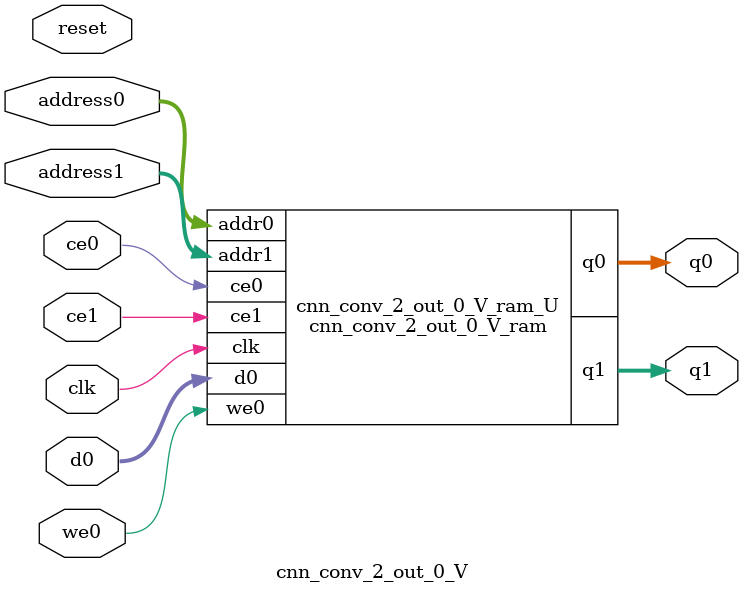
<source format=v>
`timescale 1 ns / 1 ps
module cnn_conv_2_out_0_V_ram (addr0, ce0, d0, we0, q0, addr1, ce1, q1,  clk);

parameter DWIDTH = 14;
parameter AWIDTH = 10;
parameter MEM_SIZE = 528;

input[AWIDTH-1:0] addr0;
input ce0;
input[DWIDTH-1:0] d0;
input we0;
output reg[DWIDTH-1:0] q0;
input[AWIDTH-1:0] addr1;
input ce1;
output reg[DWIDTH-1:0] q1;
input clk;

(* ram_style = "block" *)reg [DWIDTH-1:0] ram[0:MEM_SIZE-1];




always @(posedge clk)  
begin 
    if (ce0) 
    begin
        if (we0) 
        begin 
            ram[addr0] <= d0; 
        end 
        q0 <= ram[addr0];
    end
end


always @(posedge clk)  
begin 
    if (ce1) 
    begin
        q1 <= ram[addr1];
    end
end


endmodule

`timescale 1 ns / 1 ps
module cnn_conv_2_out_0_V(
    reset,
    clk,
    address0,
    ce0,
    we0,
    d0,
    q0,
    address1,
    ce1,
    q1);

parameter DataWidth = 32'd14;
parameter AddressRange = 32'd528;
parameter AddressWidth = 32'd10;
input reset;
input clk;
input[AddressWidth - 1:0] address0;
input ce0;
input we0;
input[DataWidth - 1:0] d0;
output[DataWidth - 1:0] q0;
input[AddressWidth - 1:0] address1;
input ce1;
output[DataWidth - 1:0] q1;



cnn_conv_2_out_0_V_ram cnn_conv_2_out_0_V_ram_U(
    .clk( clk ),
    .addr0( address0 ),
    .ce0( ce0 ),
    .we0( we0 ),
    .d0( d0 ),
    .q0( q0 ),
    .addr1( address1 ),
    .ce1( ce1 ),
    .q1( q1 ));

endmodule


</source>
